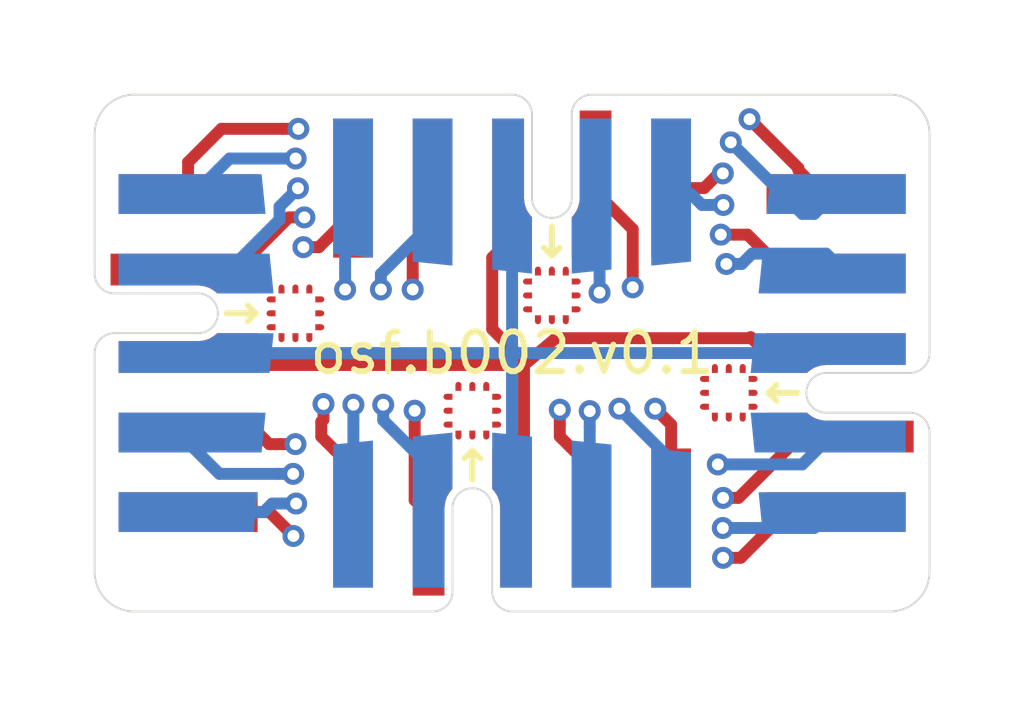
<source format=kicad_pcb>
(kicad_pcb (version 20171130) (host pcbnew "(5.1.5)-3")

  (general
    (thickness 1.6)
    (drawings 13)
    (tracks 286)
    (zones 0)
    (modules 4)
    (nets 11)
  )

  (page A4)
  (layers
    (0 F.Cu signal)
    (1 In1.Cu signal)
    (2 In2.Cu signal)
    (31 B.Cu signal)
    (32 B.Adhes user)
    (33 F.Adhes user)
    (34 B.Paste user)
    (35 F.Paste user)
    (36 B.SilkS user)
    (37 F.SilkS user)
    (38 B.Mask user)
    (39 F.Mask user)
    (40 Dwgs.User user)
    (41 Cmts.User user)
    (42 Eco1.User user)
    (43 Eco2.User user)
    (44 Edge.Cuts user)
    (45 Margin user)
    (46 B.CrtYd user)
    (47 F.CrtYd user)
    (48 B.Fab user)
    (49 F.Fab user)
  )

  (setup
    (last_trace_width 0.2)
    (user_trace_width 0.2)
    (user_trace_width 0.3)
    (user_trace_width 0.4)
    (user_trace_width 0.5)
    (user_trace_width 1)
    (user_trace_width 2)
    (user_trace_width 4)
    (user_trace_width 5)
    (user_trace_width 6)
    (user_trace_width 7)
    (trace_clearance 0.2)
    (zone_clearance 0.25)
    (zone_45_only no)
    (trace_min 0.15)
    (via_size 0.55)
    (via_drill 0.3)
    (via_min_size 0.45)
    (via_min_drill 0.2)
    (uvia_size 0.3)
    (uvia_drill 0.1)
    (uvias_allowed no)
    (uvia_min_size 0.2)
    (uvia_min_drill 0.1)
    (edge_width 0.05)
    (segment_width 0.2)
    (pcb_text_width 0.3)
    (pcb_text_size 1.5 1.5)
    (mod_edge_width 0.12)
    (mod_text_size 1 1)
    (mod_text_width 0.15)
    (pad_size 1.524 1.524)
    (pad_drill 0.762)
    (pad_to_mask_clearance 0.04)
    (solder_mask_min_width 0.1)
    (aux_axis_origin 0 0)
    (visible_elements 7FFFFFFF)
    (pcbplotparams
      (layerselection 0x010fc_ffffffff)
      (usegerberextensions false)
      (usegerberattributes false)
      (usegerberadvancedattributes false)
      (creategerberjobfile false)
      (excludeedgelayer true)
      (linewidth 0.100000)
      (plotframeref false)
      (viasonmask false)
      (mode 1)
      (useauxorigin false)
      (hpglpennumber 1)
      (hpglpenspeed 20)
      (hpglpendiameter 15.000000)
      (psnegative false)
      (psa4output false)
      (plotreference true)
      (plotvalue true)
      (plotinvisibletext false)
      (padsonsilk false)
      (subtractmaskfromsilk true)
      (outputformat 1)
      (mirror false)
      (drillshape 0)
      (scaleselection 1)
      (outputdirectory "gerber"))
  )

  (net 0 "")
  (net 1 "Net-(J1-Pad1)")
  (net 2 "Net-(J1-Pad2)")
  (net 3 "Net-(J1-Pad4)")
  (net 4 "Net-(J1-Pad3)")
  (net 5 "Net-(J1-Pad5)")
  (net 6 "Net-(J1-Pad10)")
  (net 7 "Net-(J1-Pad6)")
  (net 8 "Net-(J1-Pad8)")
  (net 9 "Net-(J1-Pad9)")
  (net 10 "Net-(J1-Pad7)")

  (net_class Default "This is the default net class."
    (clearance 0.2)
    (trace_width 0.2)
    (via_dia 0.55)
    (via_drill 0.3)
    (uvia_dia 0.3)
    (uvia_drill 0.1)
    (add_net "Net-(J1-Pad1)")
    (add_net "Net-(J1-Pad10)")
    (add_net "Net-(J1-Pad2)")
    (add_net "Net-(J1-Pad3)")
    (add_net "Net-(J1-Pad4)")
    (add_net "Net-(J1-Pad5)")
    (add_net "Net-(J1-Pad6)")
    (add_net "Net-(J1-Pad7)")
    (add_net "Net-(J1-Pad8)")
    (add_net "Net-(J1-Pad9)")
  )

  (module on_edge:on_edge_2x05_device (layer F.Cu) (tedit 60205501) (tstamp 602BFBC2)
    (at 30 153.5 270)
    (path /602C6B94)
    (attr virtual)
    (fp_text reference J4 (at 0 1.2 270 unlocked) (layer F.Fab)
      (effects (font (size 0.5 0.5) (thickness 0.05)))
    )
    (fp_text value Conn_01x10_Male (at 0 2 270 unlocked) (layer F.Fab)
      (effects (font (size 0.5 0.5) (thickness 0.05)))
    )
    (fp_arc (start -2 -0.5) (end -2 0) (angle -90) (layer Edge.Cuts) (width 0.05))
    (fp_arc (start 0 -0.5) (end -0.5 -0.5) (angle -90) (layer Edge.Cuts) (width 0.05))
    (fp_arc (start -1 -2.6) (end -0.5 -2.6) (angle -180) (layer Edge.Cuts) (width 0.05))
    (fp_line (start -0.4 -5.4) (end -0.35 -5.4) (layer F.Cu) (width 0.15))
    (fp_line (start -0.5 -5.4) (end -0.35 -5.4) (layer F.Mask) (width 0.15))
    (fp_poly (pts (xy -0.5 -5.325) (xy -0.5 -5.475) (xy -0.375 -5.475) (xy -0.375 -5.325)) (layer F.Cu) (width 0))
    (fp_line (start -0.4 -5.05) (end -0.35 -5.05) (layer F.Cu) (width 0.15))
    (fp_line (start -0.5 -5.05) (end -0.35 -5.05) (layer F.Mask) (width 0.15))
    (fp_poly (pts (xy -0.5 -4.975) (xy -0.5 -5.125) (xy -0.375 -5.125) (xy -0.375 -4.975)) (layer F.Cu) (width 0))
    (fp_line (start -0.5 -4.7) (end -0.35 -4.7) (layer F.Mask) (width 0.15))
    (fp_line (start -0.4 -4.7) (end -0.35 -4.7) (layer F.Cu) (width 0.15))
    (fp_poly (pts (xy -0.5 -4.625) (xy -0.5 -4.775) (xy -0.375 -4.775) (xy -0.375 -4.625)) (layer F.Cu) (width 0))
    (fp_line (start -0.65 -4.45) (end -0.65 -4.4) (layer F.Cu) (width 0.15))
    (fp_line (start -0.65 -4.55) (end -0.65 -4.4) (layer F.Mask) (width 0.15))
    (fp_poly (pts (xy -0.725 -4.55) (xy -0.575 -4.55) (xy -0.575 -4.425) (xy -0.725 -4.425)) (layer F.Cu) (width 0))
    (fp_line (start -1 -4.45) (end -1 -4.4) (layer F.Cu) (width 0.15))
    (fp_line (start -1 -4.55) (end -1 -4.4) (layer F.Mask) (width 0.15))
    (fp_poly (pts (xy -1.075 -4.55) (xy -0.925 -4.55) (xy -0.925 -4.425) (xy -1.075 -4.425)) (layer F.Cu) (width 0))
    (fp_line (start -1.35 -4.55) (end -1.35 -4.4) (layer F.Mask) (width 0.15))
    (fp_line (start -1.35 -4.45) (end -1.35 -4.4) (layer F.Cu) (width 0.15))
    (fp_poly (pts (xy -1.425 -4.55) (xy -1.275 -4.55) (xy -1.275 -4.425) (xy -1.425 -4.425)) (layer F.Cu) (width 0))
    (fp_poly (pts (xy -1.5 -4.775) (xy -1.5 -4.625) (xy -1.625 -4.625) (xy -1.625 -4.775)) (layer F.Cu) (width 0))
    (fp_line (start -1.6 -5.05) (end -1.65 -5.05) (layer F.Cu) (width 0.15))
    (fp_line (start -1.5 -5.05) (end -1.65 -5.05) (layer F.Mask) (width 0.15))
    (fp_poly (pts (xy -1.5 -5.125) (xy -1.5 -4.975) (xy -1.625 -4.975) (xy -1.625 -5.125)) (layer F.Cu) (width 0))
    (fp_line (start -1.5 -5.4) (end -1.65 -5.4) (layer F.Mask) (width 0.15))
    (fp_line (start -1.6 -5.4) (end -1.65 -5.4) (layer F.Cu) (width 0.15))
    (fp_poly (pts (xy -1.5 -5.475) (xy -1.5 -5.325) (xy -1.625 -5.325) (xy -1.625 -5.475)) (layer F.Cu) (width 0))
    (fp_line (start -1.5 -4.7) (end -1.65 -4.7) (layer F.Mask) (width 0.15))
    (fp_line (start -1.6 -4.7) (end -1.65 -4.7) (layer F.Cu) (width 0.15))
    (fp_line (start -1.5 -2.6) (end -1.5 -0.5) (layer Edge.Cuts) (width 0.05))
    (fp_line (start -0.5 -0.5) (end -0.5 -2.6) (layer Edge.Cuts) (width 0.05))
    (fp_line (start -1.2 -3.85) (end -1 -4.05) (layer F.SilkS) (width 0.153))
    (fp_line (start -1 -4.05) (end -0.8 -3.85) (layer F.SilkS) (width 0.153))
    (fp_line (start -1 -4.05) (end -1 -3.323) (layer F.SilkS) (width 0.153))
    (fp_line (start -4 0) (end -2 0) (layer Edge.Cuts) (width 0.05))
    (fp_line (start 0 0) (end 4 0) (layer Edge.Cuts) (width 0.05))
    (fp_line (start -5 -5) (end 5 -5) (layer F.CrtYd) (width 0.05))
    (fp_line (start 5 -5) (end 5 0.5) (layer F.CrtYd) (width 0.05))
    (fp_line (start 5 0.5) (end -5 0.5) (layer F.CrtYd) (width 0.05))
    (fp_line (start -5 0.5) (end -5 -5) (layer F.CrtYd) (width 0.05))
    (fp_line (start 5 -5) (end -5 -5) (layer B.CrtYd) (width 0.05))
    (fp_line (start -5 -5) (end -5 0.5) (layer B.CrtYd) (width 0.05))
    (fp_line (start -5 0.5) (end 5 0.5) (layer B.CrtYd) (width 0.05))
    (fp_line (start 5 0.5) (end 5 -5) (layer B.CrtYd) (width 0.05))
    (fp_poly (pts (xy -0.55 -4.6) (xy -1.45 -4.6) (xy -1.45 -5.5) (xy -0.55 -5.5)) (layer F.Mask) (width 0.1))
    (fp_line (start -1.35 -5.65) (end -1.35 -5.7) (layer F.Cu) (width 0.15))
    (fp_line (start -1.35 -5.55) (end -1.35 -5.7) (layer F.Mask) (width 0.15))
    (fp_poly (pts (xy -1.275 -5.55) (xy -1.425 -5.55) (xy -1.425 -5.675) (xy -1.275 -5.675)) (layer F.Cu) (width 0))
    (fp_poly (pts (xy -0.925 -5.55) (xy -1.075 -5.55) (xy -1.075 -5.675) (xy -0.925 -5.675)) (layer F.Cu) (width 0))
    (fp_line (start -1 -5.65) (end -1 -5.7) (layer F.Cu) (width 0.15))
    (fp_line (start -1 -5.55) (end -1 -5.7) (layer F.Mask) (width 0.15))
    (fp_poly (pts (xy -0.575 -5.55) (xy -0.725 -5.55) (xy -0.725 -5.675) (xy -0.575 -5.675)) (layer F.Cu) (width 0))
    (fp_line (start -0.65 -5.65) (end -0.65 -5.7) (layer F.Cu) (width 0.15))
    (fp_line (start -0.65 -5.55) (end -0.65 -5.7) (layer F.Mask) (width 0.15))
    (pad 1 smd custom (at -2 -3.6 270) (size 1 1) (layers F.Cu F.Mask)
      (net 1 "Net-(J1-Pad1)") (zone_connect 0)
      (options (clearance outline) (anchor rect))
      (primitives
        (gr_poly (pts
           (xy 0.3 1) (xy 0.31 0.89) (xy 0.33 0.81) (xy 0.35 0.75) (xy 0.37 0.7)
           (xy 0.4 0.65) (xy 0.44 0.59) (xy 0.48 0.54) (xy 0.5 0.52) (xy 0.5 -0.5)
           (xy -0.5 -0.5) (xy -0.5 3.2) (xy 0.3 3.2)) (width 0))
      ))
    (pad 2 smd custom (at 0 -3.6 270) (size 1 1) (layers F.Cu F.Mask)
      (net 2 "Net-(J1-Pad2)") (zone_connect 0)
      (options (clearance outline) (anchor rect))
      (primitives
        (gr_poly (pts
           (xy -0.3 1) (xy -0.31 0.89) (xy -0.33 0.81) (xy -0.35 0.75) (xy -0.37 0.7)
           (xy -0.4 0.65) (xy -0.44 0.59) (xy -0.48 0.54) (xy -0.5 0.52) (xy -0.5 -0.5)
           (xy 0.5 -0.5) (xy 0.5 3) (xy -0.3 3)) (width 0))
      ))
    (pad 4 smd custom (at 0 -2.1 270) (size 0.4 0.4) (layers B.Cu B.Mask)
      (net 3 "Net-(J1-Pad4)") (zone_connect 0)
      (options (clearance outline) (anchor rect))
      (primitives
        (gr_poly (pts
           (xy -0.3 -0.51) (xy -0.31 -0.62) (xy -0.33 -0.7) (xy -0.35 -0.76) (xy -0.37 -0.81)
           (xy -0.4 -0.86) (xy -0.44 -0.92) (xy -0.48 -0.97) (xy -0.5 -0.99) (xy -0.5 -2.4)
           (xy 0.5 -2.3) (xy 0.5 1.5) (xy -0.3 1.5)) (width 0))
      ))
    (pad 3 smd custom (at -2 -2.1 270) (size 0.4 0.4) (layers B.Cu B.Mask)
      (net 4 "Net-(J1-Pad3)") (zone_connect 0)
      (options (clearance outline) (anchor rect))
      (primitives
        (gr_poly (pts
           (xy 0.3 -0.51) (xy 0.31 -0.62) (xy 0.33 -0.7) (xy 0.35 -0.76) (xy 0.37 -0.81)
           (xy 0.4 -0.86) (xy 0.44 -0.92) (xy 0.48 -0.97) (xy 0.5 -0.99) (xy 0.5 -2.4)
           (xy -0.5 -2.3) (xy -0.5 1.5) (xy 0.3 1.5)) (width 0))
      ))
    (pad 10 smd custom (at 4 -2.3 270) (size 1 3.4) (layers B.Cu B.Mask)
      (net 6 "Net-(J1-Pad10)") (zone_connect 0)
      (options (clearance outline) (anchor rect))
      (primitives
        (gr_poly (pts
           (xy -0.5 -1.7) (xy -0.5 -1.8) (xy 0.5 -1.7)) (width 0))
      ))
    (pad 6 smd custom (at 2 -2.4 270) (size 1 3.6) (layers B.Cu B.Mask)
      (net 7 "Net-(J1-Pad6)") (zone_connect 0)
      (options (clearance outline) (anchor rect))
      (primitives
        (gr_poly (pts
           (xy -0.5 -1.8) (xy -0.5 -1.9) (xy 0.5 -1.8)) (width 0))
      ))
    (pad 8 smd custom (at -4 -2.4 270) (size 1 3.6) (layers B.Cu B.Mask)
      (net 8 "Net-(J1-Pad8)") (zone_connect 0)
      (options (clearance outline) (anchor rect))
      (primitives
        (gr_poly (pts
           (xy 0.5 -1.8) (xy 0.5 -1.9) (xy -0.5 -1.8)) (width 0))
      ))
    (pad 9 smd rect (at 4 -2.35 90) (size 1 3.5) (layers F.Cu F.Mask)
      (net 9 "Net-(J1-Pad9)") (zone_connect 0))
    (pad 7 smd rect (at -4 -2.35 90) (size 1 3.5) (layers F.Cu F.Mask)
      (net 10 "Net-(J1-Pad7)") (zone_connect 0))
    (pad 5 smd rect (at 2 -2.35 90) (size 1 3.5) (layers F.Cu F.Mask)
      (net 5 "Net-(J1-Pad5)") (zone_connect 0))
  )

  (module on_edge:on_edge_2x05_device (layer F.Cu) (tedit 60205501) (tstamp 602BFB7D)
    (at 40.5 147 180)
    (path /602C6B8E)
    (attr virtual)
    (fp_text reference J3 (at 0 1.2 180 unlocked) (layer F.Fab)
      (effects (font (size 0.5 0.5) (thickness 0.05)))
    )
    (fp_text value Conn_01x10_Male (at 0 2 180 unlocked) (layer F.Fab)
      (effects (font (size 0.5 0.5) (thickness 0.05)))
    )
    (fp_arc (start -2 -0.5) (end -2 0) (angle -90) (layer Edge.Cuts) (width 0.05))
    (fp_arc (start 0 -0.5) (end -0.5 -0.5) (angle -90) (layer Edge.Cuts) (width 0.05))
    (fp_arc (start -1 -2.6) (end -0.5 -2.6) (angle -180) (layer Edge.Cuts) (width 0.05))
    (fp_line (start -0.4 -5.4) (end -0.35 -5.4) (layer F.Cu) (width 0.15))
    (fp_line (start -0.5 -5.4) (end -0.35 -5.4) (layer F.Mask) (width 0.15))
    (fp_poly (pts (xy -0.5 -5.325) (xy -0.5 -5.475) (xy -0.375 -5.475) (xy -0.375 -5.325)) (layer F.Cu) (width 0))
    (fp_line (start -0.4 -5.05) (end -0.35 -5.05) (layer F.Cu) (width 0.15))
    (fp_line (start -0.5 -5.05) (end -0.35 -5.05) (layer F.Mask) (width 0.15))
    (fp_poly (pts (xy -0.5 -4.975) (xy -0.5 -5.125) (xy -0.375 -5.125) (xy -0.375 -4.975)) (layer F.Cu) (width 0))
    (fp_line (start -0.5 -4.7) (end -0.35 -4.7) (layer F.Mask) (width 0.15))
    (fp_line (start -0.4 -4.7) (end -0.35 -4.7) (layer F.Cu) (width 0.15))
    (fp_poly (pts (xy -0.5 -4.625) (xy -0.5 -4.775) (xy -0.375 -4.775) (xy -0.375 -4.625)) (layer F.Cu) (width 0))
    (fp_line (start -0.65 -4.45) (end -0.65 -4.4) (layer F.Cu) (width 0.15))
    (fp_line (start -0.65 -4.55) (end -0.65 -4.4) (layer F.Mask) (width 0.15))
    (fp_poly (pts (xy -0.725 -4.55) (xy -0.575 -4.55) (xy -0.575 -4.425) (xy -0.725 -4.425)) (layer F.Cu) (width 0))
    (fp_line (start -1 -4.45) (end -1 -4.4) (layer F.Cu) (width 0.15))
    (fp_line (start -1 -4.55) (end -1 -4.4) (layer F.Mask) (width 0.15))
    (fp_poly (pts (xy -1.075 -4.55) (xy -0.925 -4.55) (xy -0.925 -4.425) (xy -1.075 -4.425)) (layer F.Cu) (width 0))
    (fp_line (start -1.35 -4.55) (end -1.35 -4.4) (layer F.Mask) (width 0.15))
    (fp_line (start -1.35 -4.45) (end -1.35 -4.4) (layer F.Cu) (width 0.15))
    (fp_poly (pts (xy -1.425 -4.55) (xy -1.275 -4.55) (xy -1.275 -4.425) (xy -1.425 -4.425)) (layer F.Cu) (width 0))
    (fp_poly (pts (xy -1.5 -4.775) (xy -1.5 -4.625) (xy -1.625 -4.625) (xy -1.625 -4.775)) (layer F.Cu) (width 0))
    (fp_line (start -1.6 -5.05) (end -1.65 -5.05) (layer F.Cu) (width 0.15))
    (fp_line (start -1.5 -5.05) (end -1.65 -5.05) (layer F.Mask) (width 0.15))
    (fp_poly (pts (xy -1.5 -5.125) (xy -1.5 -4.975) (xy -1.625 -4.975) (xy -1.625 -5.125)) (layer F.Cu) (width 0))
    (fp_line (start -1.5 -5.4) (end -1.65 -5.4) (layer F.Mask) (width 0.15))
    (fp_line (start -1.6 -5.4) (end -1.65 -5.4) (layer F.Cu) (width 0.15))
    (fp_poly (pts (xy -1.5 -5.475) (xy -1.5 -5.325) (xy -1.625 -5.325) (xy -1.625 -5.475)) (layer F.Cu) (width 0))
    (fp_line (start -1.5 -4.7) (end -1.65 -4.7) (layer F.Mask) (width 0.15))
    (fp_line (start -1.6 -4.7) (end -1.65 -4.7) (layer F.Cu) (width 0.15))
    (fp_line (start -1.5 -2.6) (end -1.5 -0.5) (layer Edge.Cuts) (width 0.05))
    (fp_line (start -0.5 -0.5) (end -0.5 -2.6) (layer Edge.Cuts) (width 0.05))
    (fp_line (start -1.2 -3.85) (end -1 -4.05) (layer F.SilkS) (width 0.153))
    (fp_line (start -1 -4.05) (end -0.8 -3.85) (layer F.SilkS) (width 0.153))
    (fp_line (start -1 -4.05) (end -1 -3.323) (layer F.SilkS) (width 0.153))
    (fp_line (start -4 0) (end -2 0) (layer Edge.Cuts) (width 0.05))
    (fp_line (start 0 0) (end 4 0) (layer Edge.Cuts) (width 0.05))
    (fp_line (start -5 -5) (end 5 -5) (layer F.CrtYd) (width 0.05))
    (fp_line (start 5 -5) (end 5 0.5) (layer F.CrtYd) (width 0.05))
    (fp_line (start 5 0.5) (end -5 0.5) (layer F.CrtYd) (width 0.05))
    (fp_line (start -5 0.5) (end -5 -5) (layer F.CrtYd) (width 0.05))
    (fp_line (start 5 -5) (end -5 -5) (layer B.CrtYd) (width 0.05))
    (fp_line (start -5 -5) (end -5 0.5) (layer B.CrtYd) (width 0.05))
    (fp_line (start -5 0.5) (end 5 0.5) (layer B.CrtYd) (width 0.05))
    (fp_line (start 5 0.5) (end 5 -5) (layer B.CrtYd) (width 0.05))
    (fp_poly (pts (xy -0.55 -4.6) (xy -1.45 -4.6) (xy -1.45 -5.5) (xy -0.55 -5.5)) (layer F.Mask) (width 0.1))
    (fp_line (start -1.35 -5.65) (end -1.35 -5.7) (layer F.Cu) (width 0.15))
    (fp_line (start -1.35 -5.55) (end -1.35 -5.7) (layer F.Mask) (width 0.15))
    (fp_poly (pts (xy -1.275 -5.55) (xy -1.425 -5.55) (xy -1.425 -5.675) (xy -1.275 -5.675)) (layer F.Cu) (width 0))
    (fp_poly (pts (xy -0.925 -5.55) (xy -1.075 -5.55) (xy -1.075 -5.675) (xy -0.925 -5.675)) (layer F.Cu) (width 0))
    (fp_line (start -1 -5.65) (end -1 -5.7) (layer F.Cu) (width 0.15))
    (fp_line (start -1 -5.55) (end -1 -5.7) (layer F.Mask) (width 0.15))
    (fp_poly (pts (xy -0.575 -5.55) (xy -0.725 -5.55) (xy -0.725 -5.675) (xy -0.575 -5.675)) (layer F.Cu) (width 0))
    (fp_line (start -0.65 -5.65) (end -0.65 -5.7) (layer F.Cu) (width 0.15))
    (fp_line (start -0.65 -5.55) (end -0.65 -5.7) (layer F.Mask) (width 0.15))
    (pad 1 smd custom (at -2 -3.6 180) (size 1 1) (layers F.Cu F.Mask)
      (net 1 "Net-(J1-Pad1)") (zone_connect 0)
      (options (clearance outline) (anchor rect))
      (primitives
        (gr_poly (pts
           (xy 0.3 1) (xy 0.31 0.89) (xy 0.33 0.81) (xy 0.35 0.75) (xy 0.37 0.7)
           (xy 0.4 0.65) (xy 0.44 0.59) (xy 0.48 0.54) (xy 0.5 0.52) (xy 0.5 -0.5)
           (xy -0.5 -0.5) (xy -0.5 3.2) (xy 0.3 3.2)) (width 0))
      ))
    (pad 2 smd custom (at 0 -3.6 180) (size 1 1) (layers F.Cu F.Mask)
      (net 2 "Net-(J1-Pad2)") (zone_connect 0)
      (options (clearance outline) (anchor rect))
      (primitives
        (gr_poly (pts
           (xy -0.3 1) (xy -0.31 0.89) (xy -0.33 0.81) (xy -0.35 0.75) (xy -0.37 0.7)
           (xy -0.4 0.65) (xy -0.44 0.59) (xy -0.48 0.54) (xy -0.5 0.52) (xy -0.5 -0.5)
           (xy 0.5 -0.5) (xy 0.5 3) (xy -0.3 3)) (width 0))
      ))
    (pad 4 smd custom (at 0 -2.1 180) (size 0.4 0.4) (layers B.Cu B.Mask)
      (net 3 "Net-(J1-Pad4)") (zone_connect 0)
      (options (clearance outline) (anchor rect))
      (primitives
        (gr_poly (pts
           (xy -0.3 -0.51) (xy -0.31 -0.62) (xy -0.33 -0.7) (xy -0.35 -0.76) (xy -0.37 -0.81)
           (xy -0.4 -0.86) (xy -0.44 -0.92) (xy -0.48 -0.97) (xy -0.5 -0.99) (xy -0.5 -2.4)
           (xy 0.5 -2.3) (xy 0.5 1.5) (xy -0.3 1.5)) (width 0))
      ))
    (pad 3 smd custom (at -2 -2.1 180) (size 0.4 0.4) (layers B.Cu B.Mask)
      (net 4 "Net-(J1-Pad3)") (zone_connect 0)
      (options (clearance outline) (anchor rect))
      (primitives
        (gr_poly (pts
           (xy 0.3 -0.51) (xy 0.31 -0.62) (xy 0.33 -0.7) (xy 0.35 -0.76) (xy 0.37 -0.81)
           (xy 0.4 -0.86) (xy 0.44 -0.92) (xy 0.48 -0.97) (xy 0.5 -0.99) (xy 0.5 -2.4)
           (xy -0.5 -2.3) (xy -0.5 1.5) (xy 0.3 1.5)) (width 0))
      ))
    (pad 10 smd custom (at 4 -2.3 180) (size 1 3.4) (layers B.Cu B.Mask)
      (net 6 "Net-(J1-Pad10)") (zone_connect 0)
      (options (clearance outline) (anchor rect))
      (primitives
        (gr_poly (pts
           (xy -0.5 -1.7) (xy -0.5 -1.8) (xy 0.5 -1.7)) (width 0))
      ))
    (pad 6 smd custom (at 2 -2.4 180) (size 1 3.6) (layers B.Cu B.Mask)
      (net 7 "Net-(J1-Pad6)") (zone_connect 0)
      (options (clearance outline) (anchor rect))
      (primitives
        (gr_poly (pts
           (xy -0.5 -1.8) (xy -0.5 -1.9) (xy 0.5 -1.8)) (width 0))
      ))
    (pad 8 smd custom (at -4 -2.4 180) (size 1 3.6) (layers B.Cu B.Mask)
      (net 8 "Net-(J1-Pad8)") (zone_connect 0)
      (options (clearance outline) (anchor rect))
      (primitives
        (gr_poly (pts
           (xy 0.5 -1.8) (xy 0.5 -1.9) (xy -0.5 -1.8)) (width 0))
      ))
    (pad 9 smd rect (at 4 -2.35) (size 1 3.5) (layers F.Cu F.Mask)
      (net 9 "Net-(J1-Pad9)") (zone_connect 0))
    (pad 7 smd rect (at -4 -2.35) (size 1 3.5) (layers F.Cu F.Mask)
      (net 10 "Net-(J1-Pad7)") (zone_connect 0))
    (pad 5 smd rect (at 2 -2.35) (size 1 3.5) (layers F.Cu F.Mask)
      (net 5 "Net-(J1-Pad5)") (zone_connect 0))
  )

  (module on_edge:on_edge_2x05_device (layer F.Cu) (tedit 60205501) (tstamp 602BFB38)
    (at 51 153.5 90)
    (path /602C6B88)
    (attr virtual)
    (fp_text reference J2 (at 0 1.2 90 unlocked) (layer F.Fab)
      (effects (font (size 0.5 0.5) (thickness 0.05)))
    )
    (fp_text value Conn_01x10_Male (at 0 2 90 unlocked) (layer F.Fab)
      (effects (font (size 0.5 0.5) (thickness 0.05)))
    )
    (fp_arc (start -2 -0.5) (end -2 0) (angle -90) (layer Edge.Cuts) (width 0.05))
    (fp_arc (start 0 -0.5) (end -0.5 -0.5) (angle -90) (layer Edge.Cuts) (width 0.05))
    (fp_arc (start -1 -2.6) (end -0.5 -2.6) (angle -180) (layer Edge.Cuts) (width 0.05))
    (fp_line (start -0.4 -5.4) (end -0.35 -5.4) (layer F.Cu) (width 0.15))
    (fp_line (start -0.5 -5.4) (end -0.35 -5.4) (layer F.Mask) (width 0.15))
    (fp_poly (pts (xy -0.5 -5.325) (xy -0.5 -5.475) (xy -0.375 -5.475) (xy -0.375 -5.325)) (layer F.Cu) (width 0))
    (fp_line (start -0.4 -5.05) (end -0.35 -5.05) (layer F.Cu) (width 0.15))
    (fp_line (start -0.5 -5.05) (end -0.35 -5.05) (layer F.Mask) (width 0.15))
    (fp_poly (pts (xy -0.5 -4.975) (xy -0.5 -5.125) (xy -0.375 -5.125) (xy -0.375 -4.975)) (layer F.Cu) (width 0))
    (fp_line (start -0.5 -4.7) (end -0.35 -4.7) (layer F.Mask) (width 0.15))
    (fp_line (start -0.4 -4.7) (end -0.35 -4.7) (layer F.Cu) (width 0.15))
    (fp_poly (pts (xy -0.5 -4.625) (xy -0.5 -4.775) (xy -0.375 -4.775) (xy -0.375 -4.625)) (layer F.Cu) (width 0))
    (fp_line (start -0.65 -4.45) (end -0.65 -4.4) (layer F.Cu) (width 0.15))
    (fp_line (start -0.65 -4.55) (end -0.65 -4.4) (layer F.Mask) (width 0.15))
    (fp_poly (pts (xy -0.725 -4.55) (xy -0.575 -4.55) (xy -0.575 -4.425) (xy -0.725 -4.425)) (layer F.Cu) (width 0))
    (fp_line (start -1 -4.45) (end -1 -4.4) (layer F.Cu) (width 0.15))
    (fp_line (start -1 -4.55) (end -1 -4.4) (layer F.Mask) (width 0.15))
    (fp_poly (pts (xy -1.075 -4.55) (xy -0.925 -4.55) (xy -0.925 -4.425) (xy -1.075 -4.425)) (layer F.Cu) (width 0))
    (fp_line (start -1.35 -4.55) (end -1.35 -4.4) (layer F.Mask) (width 0.15))
    (fp_line (start -1.35 -4.45) (end -1.35 -4.4) (layer F.Cu) (width 0.15))
    (fp_poly (pts (xy -1.425 -4.55) (xy -1.275 -4.55) (xy -1.275 -4.425) (xy -1.425 -4.425)) (layer F.Cu) (width 0))
    (fp_poly (pts (xy -1.5 -4.775) (xy -1.5 -4.625) (xy -1.625 -4.625) (xy -1.625 -4.775)) (layer F.Cu) (width 0))
    (fp_line (start -1.6 -5.05) (end -1.65 -5.05) (layer F.Cu) (width 0.15))
    (fp_line (start -1.5 -5.05) (end -1.65 -5.05) (layer F.Mask) (width 0.15))
    (fp_poly (pts (xy -1.5 -5.125) (xy -1.5 -4.975) (xy -1.625 -4.975) (xy -1.625 -5.125)) (layer F.Cu) (width 0))
    (fp_line (start -1.5 -5.4) (end -1.65 -5.4) (layer F.Mask) (width 0.15))
    (fp_line (start -1.6 -5.4) (end -1.65 -5.4) (layer F.Cu) (width 0.15))
    (fp_poly (pts (xy -1.5 -5.475) (xy -1.5 -5.325) (xy -1.625 -5.325) (xy -1.625 -5.475)) (layer F.Cu) (width 0))
    (fp_line (start -1.5 -4.7) (end -1.65 -4.7) (layer F.Mask) (width 0.15))
    (fp_line (start -1.6 -4.7) (end -1.65 -4.7) (layer F.Cu) (width 0.15))
    (fp_line (start -1.5 -2.6) (end -1.5 -0.5) (layer Edge.Cuts) (width 0.05))
    (fp_line (start -0.5 -0.5) (end -0.5 -2.6) (layer Edge.Cuts) (width 0.05))
    (fp_line (start -1.2 -3.85) (end -1 -4.05) (layer F.SilkS) (width 0.153))
    (fp_line (start -1 -4.05) (end -0.8 -3.85) (layer F.SilkS) (width 0.153))
    (fp_line (start -1 -4.05) (end -1 -3.323) (layer F.SilkS) (width 0.153))
    (fp_line (start -4 0) (end -2 0) (layer Edge.Cuts) (width 0.05))
    (fp_line (start 0 0) (end 4 0) (layer Edge.Cuts) (width 0.05))
    (fp_line (start -5 -5) (end 5 -5) (layer F.CrtYd) (width 0.05))
    (fp_line (start 5 -5) (end 5 0.5) (layer F.CrtYd) (width 0.05))
    (fp_line (start 5 0.5) (end -5 0.5) (layer F.CrtYd) (width 0.05))
    (fp_line (start -5 0.5) (end -5 -5) (layer F.CrtYd) (width 0.05))
    (fp_line (start 5 -5) (end -5 -5) (layer B.CrtYd) (width 0.05))
    (fp_line (start -5 -5) (end -5 0.5) (layer B.CrtYd) (width 0.05))
    (fp_line (start -5 0.5) (end 5 0.5) (layer B.CrtYd) (width 0.05))
    (fp_line (start 5 0.5) (end 5 -5) (layer B.CrtYd) (width 0.05))
    (fp_poly (pts (xy -0.55 -4.6) (xy -1.45 -4.6) (xy -1.45 -5.5) (xy -0.55 -5.5)) (layer F.Mask) (width 0.1))
    (fp_line (start -1.35 -5.65) (end -1.35 -5.7) (layer F.Cu) (width 0.15))
    (fp_line (start -1.35 -5.55) (end -1.35 -5.7) (layer F.Mask) (width 0.15))
    (fp_poly (pts (xy -1.275 -5.55) (xy -1.425 -5.55) (xy -1.425 -5.675) (xy -1.275 -5.675)) (layer F.Cu) (width 0))
    (fp_poly (pts (xy -0.925 -5.55) (xy -1.075 -5.55) (xy -1.075 -5.675) (xy -0.925 -5.675)) (layer F.Cu) (width 0))
    (fp_line (start -1 -5.65) (end -1 -5.7) (layer F.Cu) (width 0.15))
    (fp_line (start -1 -5.55) (end -1 -5.7) (layer F.Mask) (width 0.15))
    (fp_poly (pts (xy -0.575 -5.55) (xy -0.725 -5.55) (xy -0.725 -5.675) (xy -0.575 -5.675)) (layer F.Cu) (width 0))
    (fp_line (start -0.65 -5.65) (end -0.65 -5.7) (layer F.Cu) (width 0.15))
    (fp_line (start -0.65 -5.55) (end -0.65 -5.7) (layer F.Mask) (width 0.15))
    (pad 1 smd custom (at -2 -3.6 90) (size 1 1) (layers F.Cu F.Mask)
      (net 1 "Net-(J1-Pad1)") (zone_connect 0)
      (options (clearance outline) (anchor rect))
      (primitives
        (gr_poly (pts
           (xy 0.3 1) (xy 0.31 0.89) (xy 0.33 0.81) (xy 0.35 0.75) (xy 0.37 0.7)
           (xy 0.4 0.65) (xy 0.44 0.59) (xy 0.48 0.54) (xy 0.5 0.52) (xy 0.5 -0.5)
           (xy -0.5 -0.5) (xy -0.5 3.2) (xy 0.3 3.2)) (width 0))
      ))
    (pad 2 smd custom (at 0 -3.6 90) (size 1 1) (layers F.Cu F.Mask)
      (net 2 "Net-(J1-Pad2)") (zone_connect 0)
      (options (clearance outline) (anchor rect))
      (primitives
        (gr_poly (pts
           (xy -0.3 1) (xy -0.31 0.89) (xy -0.33 0.81) (xy -0.35 0.75) (xy -0.37 0.7)
           (xy -0.4 0.65) (xy -0.44 0.59) (xy -0.48 0.54) (xy -0.5 0.52) (xy -0.5 -0.5)
           (xy 0.5 -0.5) (xy 0.5 3) (xy -0.3 3)) (width 0))
      ))
    (pad 4 smd custom (at 0 -2.1 90) (size 0.4 0.4) (layers B.Cu B.Mask)
      (net 3 "Net-(J1-Pad4)") (zone_connect 0)
      (options (clearance outline) (anchor rect))
      (primitives
        (gr_poly (pts
           (xy -0.3 -0.51) (xy -0.31 -0.62) (xy -0.33 -0.7) (xy -0.35 -0.76) (xy -0.37 -0.81)
           (xy -0.4 -0.86) (xy -0.44 -0.92) (xy -0.48 -0.97) (xy -0.5 -0.99) (xy -0.5 -2.4)
           (xy 0.5 -2.3) (xy 0.5 1.5) (xy -0.3 1.5)) (width 0))
      ))
    (pad 3 smd custom (at -2 -2.1 90) (size 0.4 0.4) (layers B.Cu B.Mask)
      (net 4 "Net-(J1-Pad3)") (zone_connect 0)
      (options (clearance outline) (anchor rect))
      (primitives
        (gr_poly (pts
           (xy 0.3 -0.51) (xy 0.31 -0.62) (xy 0.33 -0.7) (xy 0.35 -0.76) (xy 0.37 -0.81)
           (xy 0.4 -0.86) (xy 0.44 -0.92) (xy 0.48 -0.97) (xy 0.5 -0.99) (xy 0.5 -2.4)
           (xy -0.5 -2.3) (xy -0.5 1.5) (xy 0.3 1.5)) (width 0))
      ))
    (pad 10 smd custom (at 4 -2.3 90) (size 1 3.4) (layers B.Cu B.Mask)
      (net 6 "Net-(J1-Pad10)") (zone_connect 0)
      (options (clearance outline) (anchor rect))
      (primitives
        (gr_poly (pts
           (xy -0.5 -1.7) (xy -0.5 -1.8) (xy 0.5 -1.7)) (width 0))
      ))
    (pad 6 smd custom (at 2 -2.4 90) (size 1 3.6) (layers B.Cu B.Mask)
      (net 7 "Net-(J1-Pad6)") (zone_connect 0)
      (options (clearance outline) (anchor rect))
      (primitives
        (gr_poly (pts
           (xy -0.5 -1.8) (xy -0.5 -1.9) (xy 0.5 -1.8)) (width 0))
      ))
    (pad 8 smd custom (at -4 -2.4 90) (size 1 3.6) (layers B.Cu B.Mask)
      (net 8 "Net-(J1-Pad8)") (zone_connect 0)
      (options (clearance outline) (anchor rect))
      (primitives
        (gr_poly (pts
           (xy 0.5 -1.8) (xy 0.5 -1.9) (xy -0.5 -1.8)) (width 0))
      ))
    (pad 9 smd rect (at 4 -2.35 270) (size 1 3.5) (layers F.Cu F.Mask)
      (net 9 "Net-(J1-Pad9)") (zone_connect 0))
    (pad 7 smd rect (at -4 -2.35 270) (size 1 3.5) (layers F.Cu F.Mask)
      (net 10 "Net-(J1-Pad7)") (zone_connect 0))
    (pad 5 smd rect (at 2 -2.35 270) (size 1 3.5) (layers F.Cu F.Mask)
      (net 5 "Net-(J1-Pad5)") (zone_connect 0))
  )

  (module on_edge:on_edge_2x05_device (layer F.Cu) (tedit 60205501) (tstamp 602BFAF3)
    (at 40.5 160)
    (path /602C6B82)
    (attr virtual)
    (fp_text reference J1 (at 0 1.2 unlocked) (layer F.Fab)
      (effects (font (size 0.5 0.5) (thickness 0.05)))
    )
    (fp_text value Conn_01x10_Male (at 0 2 unlocked) (layer F.Fab)
      (effects (font (size 0.5 0.5) (thickness 0.05)))
    )
    (fp_arc (start -2 -0.5) (end -2 0) (angle -90) (layer Edge.Cuts) (width 0.05))
    (fp_arc (start 0 -0.5) (end -0.5 -0.5) (angle -90) (layer Edge.Cuts) (width 0.05))
    (fp_arc (start -1 -2.6) (end -0.5 -2.6) (angle -180) (layer Edge.Cuts) (width 0.05))
    (fp_line (start -0.4 -5.4) (end -0.35 -5.4) (layer F.Cu) (width 0.15))
    (fp_line (start -0.5 -5.4) (end -0.35 -5.4) (layer F.Mask) (width 0.15))
    (fp_poly (pts (xy -0.5 -5.325) (xy -0.5 -5.475) (xy -0.375 -5.475) (xy -0.375 -5.325)) (layer F.Cu) (width 0))
    (fp_line (start -0.4 -5.05) (end -0.35 -5.05) (layer F.Cu) (width 0.15))
    (fp_line (start -0.5 -5.05) (end -0.35 -5.05) (layer F.Mask) (width 0.15))
    (fp_poly (pts (xy -0.5 -4.975) (xy -0.5 -5.125) (xy -0.375 -5.125) (xy -0.375 -4.975)) (layer F.Cu) (width 0))
    (fp_line (start -0.5 -4.7) (end -0.35 -4.7) (layer F.Mask) (width 0.15))
    (fp_line (start -0.4 -4.7) (end -0.35 -4.7) (layer F.Cu) (width 0.15))
    (fp_poly (pts (xy -0.5 -4.625) (xy -0.5 -4.775) (xy -0.375 -4.775) (xy -0.375 -4.625)) (layer F.Cu) (width 0))
    (fp_line (start -0.65 -4.45) (end -0.65 -4.4) (layer F.Cu) (width 0.15))
    (fp_line (start -0.65 -4.55) (end -0.65 -4.4) (layer F.Mask) (width 0.15))
    (fp_poly (pts (xy -0.725 -4.55) (xy -0.575 -4.55) (xy -0.575 -4.425) (xy -0.725 -4.425)) (layer F.Cu) (width 0))
    (fp_line (start -1 -4.45) (end -1 -4.4) (layer F.Cu) (width 0.15))
    (fp_line (start -1 -4.55) (end -1 -4.4) (layer F.Mask) (width 0.15))
    (fp_poly (pts (xy -1.075 -4.55) (xy -0.925 -4.55) (xy -0.925 -4.425) (xy -1.075 -4.425)) (layer F.Cu) (width 0))
    (fp_line (start -1.35 -4.55) (end -1.35 -4.4) (layer F.Mask) (width 0.15))
    (fp_line (start -1.35 -4.45) (end -1.35 -4.4) (layer F.Cu) (width 0.15))
    (fp_poly (pts (xy -1.425 -4.55) (xy -1.275 -4.55) (xy -1.275 -4.425) (xy -1.425 -4.425)) (layer F.Cu) (width 0))
    (fp_poly (pts (xy -1.5 -4.775) (xy -1.5 -4.625) (xy -1.625 -4.625) (xy -1.625 -4.775)) (layer F.Cu) (width 0))
    (fp_line (start -1.6 -5.05) (end -1.65 -5.05) (layer F.Cu) (width 0.15))
    (fp_line (start -1.5 -5.05) (end -1.65 -5.05) (layer F.Mask) (width 0.15))
    (fp_poly (pts (xy -1.5 -5.125) (xy -1.5 -4.975) (xy -1.625 -4.975) (xy -1.625 -5.125)) (layer F.Cu) (width 0))
    (fp_line (start -1.5 -5.4) (end -1.65 -5.4) (layer F.Mask) (width 0.15))
    (fp_line (start -1.6 -5.4) (end -1.65 -5.4) (layer F.Cu) (width 0.15))
    (fp_poly (pts (xy -1.5 -5.475) (xy -1.5 -5.325) (xy -1.625 -5.325) (xy -1.625 -5.475)) (layer F.Cu) (width 0))
    (fp_line (start -1.5 -4.7) (end -1.65 -4.7) (layer F.Mask) (width 0.15))
    (fp_line (start -1.6 -4.7) (end -1.65 -4.7) (layer F.Cu) (width 0.15))
    (fp_line (start -1.5 -2.6) (end -1.5 -0.5) (layer Edge.Cuts) (width 0.05))
    (fp_line (start -0.5 -0.5) (end -0.5 -2.6) (layer Edge.Cuts) (width 0.05))
    (fp_line (start -1.2 -3.85) (end -1 -4.05) (layer F.SilkS) (width 0.153))
    (fp_line (start -1 -4.05) (end -0.8 -3.85) (layer F.SilkS) (width 0.153))
    (fp_line (start -1 -4.05) (end -1 -3.323) (layer F.SilkS) (width 0.153))
    (fp_line (start -4 0) (end -2 0) (layer Edge.Cuts) (width 0.05))
    (fp_line (start 0 0) (end 4 0) (layer Edge.Cuts) (width 0.05))
    (fp_line (start -5 -5) (end 5 -5) (layer F.CrtYd) (width 0.05))
    (fp_line (start 5 -5) (end 5 0.5) (layer F.CrtYd) (width 0.05))
    (fp_line (start 5 0.5) (end -5 0.5) (layer F.CrtYd) (width 0.05))
    (fp_line (start -5 0.5) (end -5 -5) (layer F.CrtYd) (width 0.05))
    (fp_line (start 5 -5) (end -5 -5) (layer B.CrtYd) (width 0.05))
    (fp_line (start -5 -5) (end -5 0.5) (layer B.CrtYd) (width 0.05))
    (fp_line (start -5 0.5) (end 5 0.5) (layer B.CrtYd) (width 0.05))
    (fp_line (start 5 0.5) (end 5 -5) (layer B.CrtYd) (width 0.05))
    (fp_poly (pts (xy -0.55 -4.6) (xy -1.45 -4.6) (xy -1.45 -5.5) (xy -0.55 -5.5)) (layer F.Mask) (width 0.1))
    (fp_line (start -1.35 -5.65) (end -1.35 -5.7) (layer F.Cu) (width 0.15))
    (fp_line (start -1.35 -5.55) (end -1.35 -5.7) (layer F.Mask) (width 0.15))
    (fp_poly (pts (xy -1.275 -5.55) (xy -1.425 -5.55) (xy -1.425 -5.675) (xy -1.275 -5.675)) (layer F.Cu) (width 0))
    (fp_poly (pts (xy -0.925 -5.55) (xy -1.075 -5.55) (xy -1.075 -5.675) (xy -0.925 -5.675)) (layer F.Cu) (width 0))
    (fp_line (start -1 -5.65) (end -1 -5.7) (layer F.Cu) (width 0.15))
    (fp_line (start -1 -5.55) (end -1 -5.7) (layer F.Mask) (width 0.15))
    (fp_poly (pts (xy -0.575 -5.55) (xy -0.725 -5.55) (xy -0.725 -5.675) (xy -0.575 -5.675)) (layer F.Cu) (width 0))
    (fp_line (start -0.65 -5.65) (end -0.65 -5.7) (layer F.Cu) (width 0.15))
    (fp_line (start -0.65 -5.55) (end -0.65 -5.7) (layer F.Mask) (width 0.15))
    (pad 1 smd custom (at -2 -3.6) (size 1 1) (layers F.Cu F.Mask)
      (net 1 "Net-(J1-Pad1)") (zone_connect 0)
      (options (clearance outline) (anchor rect))
      (primitives
        (gr_poly (pts
           (xy 0.3 1) (xy 0.31 0.89) (xy 0.33 0.81) (xy 0.35 0.75) (xy 0.37 0.7)
           (xy 0.4 0.65) (xy 0.44 0.59) (xy 0.48 0.54) (xy 0.5 0.52) (xy 0.5 -0.5)
           (xy -0.5 -0.5) (xy -0.5 3.2) (xy 0.3 3.2)) (width 0))
      ))
    (pad 2 smd custom (at 0 -3.6) (size 1 1) (layers F.Cu F.Mask)
      (net 2 "Net-(J1-Pad2)") (zone_connect 0)
      (options (clearance outline) (anchor rect))
      (primitives
        (gr_poly (pts
           (xy -0.3 1) (xy -0.31 0.89) (xy -0.33 0.81) (xy -0.35 0.75) (xy -0.37 0.7)
           (xy -0.4 0.65) (xy -0.44 0.59) (xy -0.48 0.54) (xy -0.5 0.52) (xy -0.5 -0.5)
           (xy 0.5 -0.5) (xy 0.5 3) (xy -0.3 3)) (width 0))
      ))
    (pad 4 smd custom (at 0 -2.1) (size 0.4 0.4) (layers B.Cu B.Mask)
      (net 3 "Net-(J1-Pad4)") (zone_connect 0)
      (options (clearance outline) (anchor rect))
      (primitives
        (gr_poly (pts
           (xy -0.3 -0.51) (xy -0.31 -0.62) (xy -0.33 -0.7) (xy -0.35 -0.76) (xy -0.37 -0.81)
           (xy -0.4 -0.86) (xy -0.44 -0.92) (xy -0.48 -0.97) (xy -0.5 -0.99) (xy -0.5 -2.4)
           (xy 0.5 -2.3) (xy 0.5 1.5) (xy -0.3 1.5)) (width 0))
      ))
    (pad 3 smd custom (at -2 -2.1) (size 0.4 0.4) (layers B.Cu B.Mask)
      (net 4 "Net-(J1-Pad3)") (zone_connect 0)
      (options (clearance outline) (anchor rect))
      (primitives
        (gr_poly (pts
           (xy 0.3 -0.51) (xy 0.31 -0.62) (xy 0.33 -0.7) (xy 0.35 -0.76) (xy 0.37 -0.81)
           (xy 0.4 -0.86) (xy 0.44 -0.92) (xy 0.48 -0.97) (xy 0.5 -0.99) (xy 0.5 -2.4)
           (xy -0.5 -2.3) (xy -0.5 1.5) (xy 0.3 1.5)) (width 0))
      ))
    (pad 10 smd custom (at 4 -2.3) (size 1 3.4) (layers B.Cu B.Mask)
      (net 6 "Net-(J1-Pad10)") (zone_connect 0)
      (options (clearance outline) (anchor rect))
      (primitives
        (gr_poly (pts
           (xy -0.5 -1.7) (xy -0.5 -1.8) (xy 0.5 -1.7)) (width 0))
      ))
    (pad 6 smd custom (at 2 -2.4) (size 1 3.6) (layers B.Cu B.Mask)
      (net 7 "Net-(J1-Pad6)") (zone_connect 0)
      (options (clearance outline) (anchor rect))
      (primitives
        (gr_poly (pts
           (xy -0.5 -1.8) (xy -0.5 -1.9) (xy 0.5 -1.8)) (width 0))
      ))
    (pad 8 smd custom (at -4 -2.4) (size 1 3.6) (layers B.Cu B.Mask)
      (net 8 "Net-(J1-Pad8)") (zone_connect 0)
      (options (clearance outline) (anchor rect))
      (primitives
        (gr_poly (pts
           (xy 0.5 -1.8) (xy 0.5 -1.9) (xy -0.5 -1.8)) (width 0))
      ))
    (pad 9 smd rect (at 4 -2.35 180) (size 1 3.5) (layers F.Cu F.Mask)
      (net 9 "Net-(J1-Pad9)") (zone_connect 0))
    (pad 7 smd rect (at -4 -2.35 180) (size 1 3.5) (layers F.Cu F.Mask)
      (net 10 "Net-(J1-Pad7)") (zone_connect 0))
    (pad 5 smd rect (at 2 -2.35 180) (size 1 3.5) (layers F.Cu F.Mask)
      (net 5 "Net-(J1-Pad5)") (zone_connect 0))
  )

  (gr_text osf.b002.v0.1 (at 40.5 153.5) (layer F.SilkS)
    (effects (font (size 1 1) (thickness 0.15)))
  )
  (gr_line (start 30 149.5) (end 30 148) (layer Edge.Cuts) (width 0.05) (tstamp 6022B630))
  (gr_line (start 50 160) (end 44.5 160) (layer Edge.Cuts) (width 0.05))
  (gr_line (start 51 159) (end 51 157.5) (layer Edge.Cuts) (width 0.05))
  (gr_line (start 44.5 147) (end 50 147) (layer Edge.Cuts) (width 0.05) (tstamp 6022B625))
  (gr_line (start 36.5 147) (end 31 147) (layer Edge.Cuts) (width 0.05) (tstamp 60229084))
  (gr_arc (start 31 148) (end 31 147) (angle -90) (layer Edge.Cuts) (width 0.05) (tstamp 60229081))
  (gr_line (start 30 157.5) (end 30 159) (layer Edge.Cuts) (width 0.05) (tstamp 60229080))
  (gr_arc (start 50 159) (end 50 160) (angle -90) (layer Edge.Cuts) (width 0.05) (tstamp 6022907F))
  (gr_arc (start 50 148) (end 51 148) (angle -90) (layer Edge.Cuts) (width 0.05) (tstamp 6022907C))
  (gr_arc (start 31 159) (end 30 159) (angle -90) (layer Edge.Cuts) (width 0.05) (tstamp 6022907B))
  (gr_line (start 51 149.5) (end 51 148) (layer Edge.Cuts) (width 0.05) (tstamp 60229076))
  (gr_line (start 31 160) (end 36.5 160) (layer Edge.Cuts) (width 0.05) (tstamp 60229075))

  (via (at 43.533973 151.845722) (size 0.55) (drill 0.3) (layers F.Cu B.Cu) (net 1))
  (segment (start 42.5 149.35) (end 43.533973 150.383973) (width 0.3) (layer F.Cu) (net 1))
  (segment (start 43.533973 151.456814) (end 43.533973 151.845722) (width 0.3) (layer F.Cu) (net 1))
  (segment (start 43.533973 150.383973) (end 43.533973 151.456814) (width 0.3) (layer F.Cu) (net 1))
  (segment (start 38.5 157.65) (end 38.049642 157.199642) (width 0.3) (layer F.Cu) (net 1))
  (segment (start 38.049642 157.199642) (end 38.049642 155.338952) (width 0.3) (layer F.Cu) (net 1))
  (segment (start 38.049642 155.338952) (end 38.049642 154.950044) (width 0.3) (layer F.Cu) (net 1))
  (via (at 38.049642 154.950044) (size 0.55) (drill 0.3) (layers F.Cu B.Cu) (net 1))
  (via (at 35.275595 150.087011) (size 0.55) (drill 0.3) (layers F.Cu B.Cu) (net 1))
  (segment (start 38.049642 154.950044) (end 38.049642 154.561136) (width 0.3) (layer In2.Cu) (net 1))
  (segment (start 38.049642 154.561136) (end 34.723222 151.234716) (width 0.3) (layer In2.Cu) (net 1))
  (segment (start 33.473698 151.5) (end 34.886687 150.087011) (width 0.3) (layer F.Cu) (net 1))
  (segment (start 34.886687 150.087011) (end 35.275595 150.087011) (width 0.3) (layer In2.Cu) (net 1))
  (segment (start 34.409047 150.564651) (end 34.886687 150.087011) (width 0.3) (layer In2.Cu) (net 1))
  (segment (start 34.723222 151.17565) (end 34.409047 150.861475) (width 0.3) (layer In2.Cu) (net 1))
  (segment (start 34.409047 150.861475) (end 34.409047 150.564651) (width 0.3) (layer In2.Cu) (net 1))
  (segment (start 34.723222 151.234716) (end 34.723222 151.17565) (width 0.3) (layer In2.Cu) (net 1))
  (segment (start 34.886687 150.087011) (end 35.275595 150.087011) (width 0.3) (layer F.Cu) (net 1))
  (segment (start 32.35 151.5) (end 33.473698 151.5) (width 0.3) (layer F.Cu) (net 1))
  (via (at 45.806067 157.142474) (size 0.55) (drill 0.3) (layers F.Cu B.Cu) (net 1))
  (segment (start 38.43855 154.950044) (end 38.049642 154.950044) (width 0.3) (layer In1.Cu) (net 1))
  (segment (start 43.533973 152.141025) (end 40.724954 154.950044) (width 0.3) (layer In1.Cu) (net 1))
  (segment (start 43.533973 151.845722) (end 43.533973 152.141025) (width 0.3) (layer In1.Cu) (net 1))
  (segment (start 40.724954 154.950044) (end 38.43855 154.950044) (width 0.3) (layer In1.Cu) (net 1))
  (segment (start 46.194975 157.142474) (end 45.806067 157.142474) (width 0.3) (layer F.Cu) (net 1))
  (segment (start 48.65 155.5) (end 47.837449 155.5) (width 0.3) (layer F.Cu) (net 1))
  (segment (start 47.837449 155.5) (end 46.194975 157.142474) (width 0.3) (layer F.Cu) (net 1))
  (segment (start 46.299978 154.611727) (end 46.299978 156.648563) (width 0.3) (layer In2.Cu) (net 1))
  (segment (start 43.533973 151.845722) (end 46.299978 154.611727) (width 0.3) (layer In2.Cu) (net 1))
  (segment (start 46.299978 156.648563) (end 46.081066 156.867475) (width 0.3) (layer In2.Cu) (net 1))
  (segment (start 46.081066 156.867475) (end 45.806067 157.142474) (width 0.3) (layer In2.Cu) (net 1))
  (segment (start 40.771892 153.897054) (end 40.771892 153.671892) (width 0.3) (layer F.Cu) (net 2))
  (segment (start 40 151.1) (end 40.5 150.6) (width 0.3) (layer F.Cu) (net 2))
  (segment (start 40 152.9) (end 40 151.1) (width 0.3) (layer F.Cu) (net 2))
  (segment (start 40.771892 153.671892) (end 40 152.9) (width 0.3) (layer F.Cu) (net 2))
  (segment (start 40.5 155.9) (end 40.5 156.4) (width 0.3) (layer F.Cu) (net 2))
  (segment (start 40.8 155.6) (end 40.5 155.9) (width 0.3) (layer F.Cu) (net 2))
  (segment (start 40.771892 153.897054) (end 40.8 153.925162) (width 0.3) (layer F.Cu) (net 2))
  (segment (start 40.8 153.925162) (end 40.8 155.6) (width 0.3) (layer F.Cu) (net 2))
  (segment (start 46.9 153.5) (end 46.5 153.1) (width 0.3) (layer F.Cu) (net 2))
  (segment (start 47.4 153.5) (end 46.9 153.5) (width 0.3) (layer F.Cu) (net 2))
  (segment (start 46.47499 153.12501) (end 41.600152 153.12501) (width 0.3) (layer F.Cu) (net 2))
  (segment (start 46.5 153.1) (end 46.47499 153.12501) (width 0.3) (layer F.Cu) (net 2))
  (segment (start 34.1 153.5) (end 34.4 153.8) (width 0.3) (layer F.Cu) (net 2))
  (segment (start 34.4 153.8) (end 40.8 153.8) (width 0.3) (layer F.Cu) (net 2))
  (segment (start 33.6 153.5) (end 34.1 153.5) (width 0.3) (layer F.Cu) (net 2))
  (segment (start 41.600152 153.12501) (end 40.8 153.8) (width 0.3) (layer F.Cu) (net 2))
  (segment (start 40.8 153.8) (end 40.8 153.925162) (width 0.3) (layer F.Cu) (net 2))
  (segment (start 40.5 157.9) (end 40.5 149.1) (width 0.3) (layer B.Cu) (net 3))
  (segment (start 32.1 153.5) (end 40.5 153.5) (width 0.3) (layer B.Cu) (net 3))
  (segment (start 40.5 153.5) (end 48.9 153.5) (width 0.3) (layer B.Cu) (net 3))
  (segment (start 40.5 157.9) (end 40.5 153.5) (width 0.3) (layer B.Cu) (net 3))
  (segment (start 42.7 149.6) (end 42.7 151.59084) (width 0.3) (layer B.Cu) (net 4))
  (segment (start 42.7 151.59084) (end 42.7 151.979748) (width 0.3) (layer B.Cu) (net 4))
  (segment (start 42.5 149.4) (end 42.7 149.6) (width 0.3) (layer B.Cu) (net 4))
  (via (at 42.7 151.979748) (size 0.55) (drill 0.3) (layers F.Cu B.Cu) (net 4))
  (segment (start 38.5 157.6) (end 38.5 156.430693) (width 0.3) (layer B.Cu) (net 4))
  (via (at 37.258215 154.8) (size 0.55) (drill 0.3) (layers F.Cu B.Cu) (net 4))
  (segment (start 38.5 156.430693) (end 37.258215 155.188908) (width 0.3) (layer B.Cu) (net 4))
  (segment (start 37.258215 155.188908) (end 37.258215 154.8) (width 0.3) (layer B.Cu) (net 4))
  (segment (start 37.533214 154.525001) (end 37.258215 154.8) (width 0.3) (layer In1.Cu) (net 4))
  (segment (start 40.354714 154.325034) (end 37.733181 154.325034) (width 0.3) (layer In1.Cu) (net 4))
  (segment (start 42.7 151.979748) (end 40.354714 154.325034) (width 0.3) (layer In1.Cu) (net 4))
  (segment (start 37.733181 154.325034) (end 37.533214 154.525001) (width 0.3) (layer In1.Cu) (net 4))
  (via (at 35.113205 149.35479) (size 0.55) (drill 0.3) (layers F.Cu B.Cu) (net 4))
  (segment (start 32.4 151.5) (end 33.294992 151.5) (width 0.3) (layer B.Cu) (net 4))
  (segment (start 34.65001 150.144982) (end 34.65001 149.817985) (width 0.3) (layer B.Cu) (net 4))
  (segment (start 34.867554 149.35479) (end 35.113205 149.35479) (width 0.3) (layer In2.Cu) (net 4))
  (segment (start 33.87499 151.049596) (end 33.87499 150.347354) (width 0.3) (layer In2.Cu) (net 4))
  (segment (start 37.258215 154.8) (end 37.258215 154.492548) (width 0.3) (layer In2.Cu) (net 4))
  (segment (start 34.65001 149.817985) (end 34.838206 149.629789) (width 0.3) (layer B.Cu) (net 4))
  (segment (start 34.245099 151.479432) (end 34.245099 151.419705) (width 0.3) (layer In2.Cu) (net 4))
  (segment (start 33.87499 150.347354) (end 34.867554 149.35479) (width 0.3) (layer In2.Cu) (net 4))
  (segment (start 34.245099 151.419705) (end 33.87499 151.049596) (width 0.3) (layer In2.Cu) (net 4))
  (segment (start 37.258215 154.492548) (end 34.245099 151.479432) (width 0.3) (layer In2.Cu) (net 4))
  (segment (start 34.838206 149.629789) (end 35.113205 149.35479) (width 0.3) (layer B.Cu) (net 4))
  (segment (start 33.294992 151.5) (end 34.65001 150.144982) (width 0.3) (layer B.Cu) (net 4))
  (via (at 45.674968 156.3) (size 0.55) (drill 0.3) (layers F.Cu B.Cu) (net 4))
  (segment (start 48.6 155.5) (end 47.8 156.3) (width 0.3) (layer B.Cu) (net 4))
  (segment (start 45.674968 154.954716) (end 45.674968 155.911092) (width 0.3) (layer In2.Cu) (net 4))
  (segment (start 45.674968 155.911092) (end 45.674968 156.3) (width 0.3) (layer In2.Cu) (net 4))
  (segment (start 42.7 151.979748) (end 45.674968 154.954716) (width 0.3) (layer In2.Cu) (net 4))
  (segment (start 46.063876 156.3) (end 45.674968 156.3) (width 0.3) (layer B.Cu) (net 4))
  (segment (start 47.8 156.3) (end 46.063876 156.3) (width 0.3) (layer B.Cu) (net 4))
  (segment (start 46.421982 150.521982) (end 45.748352 150.521982) (width 0.3) (layer F.Cu) (net 5))
  (via (at 45.748352 150.521982) (size 0.55) (drill 0.3) (layers F.Cu B.Cu) (net 5))
  (segment (start 47.4 151.5) (end 46.421982 150.521982) (width 0.3) (layer F.Cu) (net 5))
  (via (at 35.051521 155.790357) (size 0.55) (drill 0.3) (layers F.Cu B.Cu) (net 5))
  (segment (start 34.662613 155.790357) (end 35.051521 155.790357) (width 0.3) (layer F.Cu) (net 5))
  (segment (start 34.1 155.5) (end 34.390357 155.790357) (width 0.3) (layer F.Cu) (net 5))
  (segment (start 33.6 155.5) (end 34.1 155.5) (width 0.3) (layer F.Cu) (net 5))
  (segment (start 34.390357 155.790357) (end 34.662613 155.790357) (width 0.3) (layer F.Cu) (net 5))
  (segment (start 38 152.288908) (end 38 151.9) (width 0.3) (layer In1.Cu) (net 5))
  (segment (start 36.807112 153.025012) (end 37.007123 152.825001) (width 0.3) (layer In1.Cu) (net 5))
  (segment (start 37.007123 152.825001) (end 37.463907 152.825001) (width 0.3) (layer In1.Cu) (net 5))
  (segment (start 37.463907 152.825001) (end 38 152.288908) (width 0.3) (layer In1.Cu) (net 5))
  (segment (start 35.051521 155.790357) (end 35.051521 154.602111) (width 0.3) (layer In1.Cu) (net 5))
  (segment (start 35.051521 154.602111) (end 36.62862 153.025012) (width 0.3) (layer In1.Cu) (net 5))
  (segment (start 38.5 150.6) (end 38 151.1) (width 0.3) (layer F.Cu) (net 5))
  (segment (start 38 151.511092) (end 38 151.9) (width 0.3) (layer F.Cu) (net 5))
  (segment (start 38 151.1) (end 38 151.511092) (width 0.3) (layer F.Cu) (net 5))
  (via (at 38 151.9) (size 0.55) (drill 0.3) (layers F.Cu B.Cu) (net 5))
  (segment (start 36.62862 153.025012) (end 36.807112 153.025012) (width 0.3) (layer In1.Cu) (net 5))
  (segment (start 41.024503 154.924503) (end 41.7 154.924503) (width 0.3) (layer In2.Cu) (net 5))
  (segment (start 38 151.9) (end 41.024503 154.924503) (width 0.3) (layer In2.Cu) (net 5))
  (via (at 41.7 154.924503) (size 0.55) (drill 0.3) (layers F.Cu B.Cu) (net 5))
  (segment (start 41.7 155.6) (end 41.7 155.313411) (width 0.3) (layer F.Cu) (net 5))
  (segment (start 41.7 155.313411) (end 41.7 154.924503) (width 0.3) (layer F.Cu) (net 5))
  (segment (start 42.5 156.4) (end 41.7 155.6) (width 0.3) (layer F.Cu) (net 5))
  (segment (start 44.158975 151.722451) (end 44.158975 152.307336) (width 0.3) (layer In1.Cu) (net 5))
  (segment (start 41.7 154.766311) (end 41.7 154.924503) (width 0.3) (layer In1.Cu) (net 5))
  (segment (start 45.748352 150.521982) (end 45.359444 150.521982) (width 0.3) (layer In1.Cu) (net 5))
  (segment (start 45.359444 150.521982) (end 44.158975 151.722451) (width 0.3) (layer In1.Cu) (net 5))
  (segment (start 44.158975 152.307336) (end 41.7 154.766311) (width 0.3) (layer In1.Cu) (net 5))
  (via (at 46 148.2) (size 0.55) (drill 0.3) (layers F.Cu B.Cu) (net 6))
  (segment (start 48.6 149.5) (end 48.1 150) (width 0.3) (layer B.Cu) (net 6))
  (segment (start 47.8 150) (end 46.274999 148.474999) (width 0.3) (layer B.Cu) (net 6))
  (segment (start 48.1 150) (end 47.8 150) (width 0.3) (layer B.Cu) (net 6))
  (segment (start 46.274999 148.474999) (end 46 148.2) (width 0.3) (layer B.Cu) (net 6))
  (via (at 35.068415 157.28452) (size 0.55) (drill 0.3) (layers F.Cu B.Cu) (net 6))
  (segment (start 32.4 157.5) (end 34.25 157.5) (width 0.3) (layer B.Cu) (net 6))
  (segment (start 34.25 157.5) (end 34.46548 157.28452) (width 0.3) (layer B.Cu) (net 6))
  (segment (start 34.679507 157.28452) (end 35.068415 157.28452) (width 0.3) (layer B.Cu) (net 6))
  (segment (start 34.46548 157.28452) (end 34.679507 157.28452) (width 0.3) (layer B.Cu) (net 6))
  (segment (start 36.025001 152.174999) (end 36.3 151.9) (width 0.3) (layer In1.Cu) (net 6))
  (segment (start 33.825012 156.57006) (end 33.825012 154.374988) (width 0.3) (layer In1.Cu) (net 6))
  (segment (start 36.3 151.511092) (end 36.3 151.9) (width 0.3) (layer B.Cu) (net 6))
  (via (at 36.3 151.9) (size 0.55) (drill 0.3) (layers F.Cu B.Cu) (net 6))
  (segment (start 35.068415 157.28452) (end 34.539472 157.28452) (width 0.3) (layer In1.Cu) (net 6))
  (segment (start 36.3 149.6) (end 36.3 151.511092) (width 0.3) (layer B.Cu) (net 6))
  (segment (start 34.539472 157.28452) (end 33.825012 156.57006) (width 0.3) (layer In1.Cu) (net 6))
  (segment (start 33.825012 154.374988) (end 36.025001 152.174999) (width 0.3) (layer In1.Cu) (net 6))
  (segment (start 36.5 149.4) (end 36.3 149.6) (width 0.3) (layer B.Cu) (net 6))
  (segment (start 44.5 157.6) (end 44.5 156.198437) (width 0.3) (layer B.Cu) (net 6))
  (segment (start 46 148.2) (end 46.525001 148.725001) (width 0.3) (layer In1.Cu) (net 6))
  (segment (start 37.425013 150.774987) (end 38.928921 150.774987) (width 0.3) (layer In2.Cu) (net 6))
  (segment (start 41.928923 153.774989) (end 42.46546 153.774989) (width 0.3) (layer In2.Cu) (net 6))
  (segment (start 36.3 151.9) (end 37.425013 150.774987) (width 0.3) (layer In2.Cu) (net 6))
  (segment (start 43.474999 154.623438) (end 43.2 154.898437) (width 0.3) (layer In1.Cu) (net 6))
  (segment (start 38.928921 150.774987) (end 41.928923 153.774989) (width 0.3) (layer In2.Cu) (net 6))
  (segment (start 43.474999 155.173436) (end 43.2 154.898437) (width 0.3) (layer B.Cu) (net 6))
  (segment (start 46.525001 148.725001) (end 46.525001 151.573436) (width 0.3) (layer In1.Cu) (net 6))
  (segment (start 43.2 154.509529) (end 43.2 154.898437) (width 0.3) (layer In2.Cu) (net 6))
  (segment (start 46.525001 151.573436) (end 43.474999 154.623438) (width 0.3) (layer In1.Cu) (net 6))
  (segment (start 42.46546 153.774989) (end 43.2 154.509529) (width 0.3) (layer In2.Cu) (net 6))
  (via (at 43.2 154.898437) (size 0.55) (drill 0.3) (layers F.Cu B.Cu) (net 6))
  (segment (start 44.5 156.198437) (end 43.474999 155.173436) (width 0.3) (layer B.Cu) (net 6))
  (segment (start 48.9 151.5) (end 48.4 151) (width 0.3) (layer B.Cu) (net 7))
  (segment (start 46.535557 151) (end 46.276625 151.258932) (width 0.3) (layer B.Cu) (net 7))
  (segment (start 48.4 151) (end 46.535557 151) (width 0.3) (layer B.Cu) (net 7))
  (segment (start 46.276625 151.258932) (end 45.887717 151.258932) (width 0.3) (layer B.Cu) (net 7))
  (via (at 45.887717 151.258932) (size 0.55) (drill 0.3) (layers F.Cu B.Cu) (net 7))
  (via (at 34.994285 156.538181) (size 0.55) (drill 0.3) (layers F.Cu B.Cu) (net 7))
  (segment (start 33.138181 156.538181) (end 34.605377 156.538181) (width 0.3) (layer B.Cu) (net 7))
  (segment (start 34.605377 156.538181) (end 34.994285 156.538181) (width 0.3) (layer B.Cu) (net 7))
  (segment (start 32.1 155.5) (end 33.138181 156.538181) (width 0.3) (layer B.Cu) (net 7))
  (via (at 37.2 151.9) (size 0.55) (drill 0.3) (layers F.Cu B.Cu) (net 7))
  (segment (start 34.994285 156.538181) (end 34.605377 156.538181) (width 0.3) (layer In1.Cu) (net 7))
  (segment (start 34.605377 156.538181) (end 34.325023 156.257827) (width 0.3) (layer In1.Cu) (net 7))
  (segment (start 36.925001 152.174999) (end 37.2 151.9) (width 0.3) (layer In1.Cu) (net 7))
  (segment (start 36.574999 152.525001) (end 36.925001 152.174999) (width 0.3) (layer In1.Cu) (net 7))
  (segment (start 36.421509 152.525001) (end 36.574999 152.525001) (width 0.3) (layer In1.Cu) (net 7))
  (segment (start 34.325023 154.621487) (end 36.421509 152.525001) (width 0.3) (layer In1.Cu) (net 7))
  (segment (start 34.325023 156.257827) (end 34.325023 154.621487) (width 0.3) (layer In1.Cu) (net 7))
  (segment (start 38.5 150.211092) (end 37.2 151.511092) (width 0.3) (layer B.Cu) (net 7))
  (segment (start 37.2 151.511092) (end 37.2 151.9) (width 0.3) (layer B.Cu) (net 7))
  (segment (start 38.5 149.1) (end 38.5 150.211092) (width 0.3) (layer B.Cu) (net 7))
  (segment (start 42.5 157.9) (end 42.452576 157.852576) (width 0.3) (layer B.Cu) (net 7))
  (segment (start 42.452576 157.852576) (end 42.452576 155.349598) (width 0.3) (layer B.Cu) (net 7))
  (segment (start 38.400002 151.274998) (end 41.400003 154.274999) (width 0.3) (layer In2.Cu) (net 7))
  (segment (start 42.452576 154.720857) (end 42.452576 154.96069) (width 0.3) (layer In1.Cu) (net 7))
  (segment (start 37.2 151.774996) (end 37.699998 151.274998) (width 0.3) (layer In2.Cu) (net 7))
  (segment (start 45.612718 151.560715) (end 42.452576 154.720857) (width 0.3) (layer In1.Cu) (net 7))
  (segment (start 37.699998 151.274998) (end 38.400002 151.274998) (width 0.3) (layer In2.Cu) (net 7))
  (segment (start 45.887717 151.258932) (end 45.612718 151.533931) (width 0.3) (layer In1.Cu) (net 7))
  (segment (start 37.2 151.9) (end 37.2 151.774996) (width 0.3) (layer In2.Cu) (net 7))
  (segment (start 42.452576 154.571782) (end 42.452576 154.96069) (width 0.3) (layer In2.Cu) (net 7))
  (segment (start 42.452576 155.349598) (end 42.452576 154.96069) (width 0.3) (layer B.Cu) (net 7))
  (segment (start 41.400003 154.274999) (end 42.155793 154.274999) (width 0.3) (layer In2.Cu) (net 7))
  (segment (start 45.612718 151.533931) (end 45.612718 151.560715) (width 0.3) (layer In1.Cu) (net 7))
  (via (at 42.452576 154.96069) (size 0.55) (drill 0.3) (layers F.Cu B.Cu) (net 7))
  (segment (start 42.155793 154.274999) (end 42.452576 154.571782) (width 0.3) (layer In2.Cu) (net 7))
  (segment (start 44.5 149.5) (end 45 149.5) (width 0.3) (layer B.Cu) (net 8))
  (segment (start 45.274841 149.774841) (end 45.42501 149.774841) (width 0.3) (layer B.Cu) (net 8))
  (segment (start 45.42501 149.774841) (end 45.813918 149.774841) (width 0.3) (layer B.Cu) (net 8))
  (segment (start 45 149.5) (end 45.274841 149.774841) (width 0.3) (layer B.Cu) (net 8))
  (via (at 45.813918 149.774841) (size 0.55) (drill 0.3) (layers F.Cu B.Cu) (net 8))
  (segment (start 36.508202 155.188908) (end 36.508202 154.8) (width 0.3) (layer B.Cu) (net 8))
  (via (at 36.508202 154.8) (size 0.55) (drill 0.3) (layers F.Cu B.Cu) (net 8))
  (segment (start 36.5 157.5) (end 36.508202 157.491798) (width 0.3) (layer B.Cu) (net 8))
  (segment (start 36.508202 157.491798) (end 36.508202 155.188908) (width 0.3) (layer B.Cu) (net 8))
  (segment (start 33.393021 148.606979) (end 34.666884 148.606979) (width 0.3) (layer B.Cu) (net 8))
  (segment (start 33.590258 151.471986) (end 33.374979 151.356138) (width 0.3) (layer In2.Cu) (net 8))
  (segment (start 33.374979 151.356138) (end 33.374979 150.084613) (width 0.3) (layer In2.Cu) (net 8))
  (segment (start 33.374979 150.084613) (end 34.852613 148.606979) (width 0.3) (layer In2.Cu) (net 8))
  (segment (start 32.5 149.5) (end 33.393021 148.606979) (width 0.3) (layer B.Cu) (net 8))
  (segment (start 34.852613 148.606979) (end 35.055792 148.606979) (width 0.3) (layer In2.Cu) (net 8))
  (segment (start 33.590258 151.534684) (end 33.590258 151.471986) (width 0.3) (layer In2.Cu) (net 8))
  (via (at 35.055792 148.606979) (size 0.55) (drill 0.3) (layers F.Cu B.Cu) (net 8))
  (segment (start 34.666884 148.606979) (end 35.055792 148.606979) (width 0.3) (layer B.Cu) (net 8))
  (segment (start 36.508202 154.452628) (end 33.590258 151.534684) (width 0.3) (layer In2.Cu) (net 8))
  (segment (start 36.508202 154.8) (end 36.508202 154.452628) (width 0.3) (layer In2.Cu) (net 8))
  (segment (start 43.282648 149.774841) (end 39.232455 153.825034) (width 0.3) (layer In1.Cu) (net 8))
  (segment (start 37.221334 154.025034) (end 37.121336 154.025034) (width 0.3) (layer In1.Cu) (net 8))
  (segment (start 36.508202 154.638168) (end 36.508202 154.8) (width 0.3) (layer In1.Cu) (net 8))
  (segment (start 45.813918 149.774841) (end 43.282648 149.774841) (width 0.3) (layer In1.Cu) (net 8))
  (segment (start 37.121336 154.025034) (end 36.508202 154.638168) (width 0.3) (layer In1.Cu) (net 8))
  (segment (start 39.232455 153.825034) (end 37.421334 153.825034) (width 0.3) (layer In1.Cu) (net 8))
  (segment (start 37.421334 153.825034) (end 37.221334 154.025034) (width 0.3) (layer In1.Cu) (net 8))
  (segment (start 48.1 157.9) (end 46.188908 157.9) (width 0.3) (layer B.Cu) (net 8))
  (segment (start 46.188908 157.9) (end 45.8 157.9) (width 0.3) (layer B.Cu) (net 8))
  (via (at 45.8 157.9) (size 0.55) (drill 0.3) (layers F.Cu B.Cu) (net 8))
  (segment (start 48.5 157.5) (end 48.1 157.9) (width 0.3) (layer B.Cu) (net 8))
  (segment (start 46.202826 149.774841) (end 46.799989 150.372004) (width 0.3) (layer In2.Cu) (net 8))
  (segment (start 45.813918 149.774841) (end 46.202826 149.774841) (width 0.3) (layer In2.Cu) (net 8))
  (segment (start 46.799989 157.288919) (end 46.188908 157.9) (width 0.3) (layer In2.Cu) (net 8))
  (segment (start 46.188908 157.9) (end 45.8 157.9) (width 0.3) (layer In2.Cu) (net 8))
  (segment (start 46.799989 150.372004) (end 46.799989 157.288919) (width 0.3) (layer In2.Cu) (net 8))
  (via (at 46.472586 147.617608) (size 0.55) (drill 0.3) (layers F.Cu B.Cu) (net 9))
  (via (at 35 158.100004) (size 0.55) (drill 0.3) (layers F.Cu B.Cu) (net 9))
  (segment (start 32.35 157.5) (end 34.399996 157.5) (width 0.3) (layer F.Cu) (net 9))
  (segment (start 34.399996 157.5) (end 35 158.100004) (width 0.3) (layer F.Cu) (net 9))
  (via (at 35.250715 150.83661) (size 0.55) (drill 0.3) (layers F.Cu B.Cu) (net 9))
  (segment (start 35 158.100004) (end 34.611092 158.100004) (width 0.3) (layer In1.Cu) (net 9))
  (segment (start 34.611092 158.100004) (end 33.325001 156.813913) (width 0.3) (layer In1.Cu) (net 9))
  (segment (start 36.5 149.976233) (end 35.639623 150.83661) (width 0.3) (layer F.Cu) (net 9))
  (segment (start 35.250715 151.225518) (end 35.250715 150.83661) (width 0.3) (layer In1.Cu) (net 9))
  (segment (start 36.5 149.35) (end 36.5 149.976233) (width 0.3) (layer F.Cu) (net 9))
  (segment (start 35.639623 150.83661) (end 35.250715 150.83661) (width 0.3) (layer F.Cu) (net 9))
  (segment (start 33.325001 153.151232) (end 35.250715 151.225518) (width 0.3) (layer In1.Cu) (net 9))
  (segment (start 33.325001 156.813913) (end 33.325001 153.151232) (width 0.3) (layer In1.Cu) (net 9))
  (segment (start 46.472586 147.617608) (end 47.274999 148.420021) (width 0.3) (layer In1.Cu) (net 9))
  (via (at 44.1 154.9) (size 0.55) (drill 0.3) (layers F.Cu B.Cu) (net 9))
  (segment (start 36.201256 150.274977) (end 39.863885 150.274977) (width 0.3) (layer In2.Cu) (net 9))
  (segment (start 44.1 154.511092) (end 44.1 154.9) (width 0.3) (layer In2.Cu) (net 9))
  (segment (start 44.5 155.3) (end 44.1 154.9) (width 0.3) (layer F.Cu) (net 9))
  (segment (start 35.250715 150.83661) (end 35.639623 150.83661) (width 0.3) (layer In2.Cu) (net 9))
  (segment (start 35.639623 150.83661) (end 36.201256 150.274977) (width 0.3) (layer In2.Cu) (net 9))
  (segment (start 39.863885 150.274977) (end 44.1 154.511092) (width 0.3) (layer In2.Cu) (net 9))
  (segment (start 47.274999 151.725001) (end 44.374999 154.625001) (width 0.3) (layer In1.Cu) (net 9))
  (segment (start 44.374999 154.625001) (end 44.1 154.9) (width 0.3) (layer In1.Cu) (net 9))
  (segment (start 44.5 157.65) (end 44.5 155.3) (width 0.3) (layer F.Cu) (net 9))
  (segment (start 47.274999 148.420021) (end 47.274999 151.725001) (width 0.3) (layer In1.Cu) (net 9))
  (segment (start 47.7 148.9) (end 47.7 148.845022) (width 0.3) (layer F.Cu) (net 9))
  (segment (start 47.7 148.845022) (end 46.472586 147.617608) (width 0.3) (layer F.Cu) (net 9))
  (segment (start 48.65 149.5) (end 48.3 149.5) (width 0.3) (layer F.Cu) (net 9))
  (segment (start 48.3 149.5) (end 47.7 148.9) (width 0.3) (layer F.Cu) (net 9))
  (segment (start 45.330205 149.35) (end 45.700002 148.980203) (width 0.3) (layer F.Cu) (net 10))
  (segment (start 44.5 149.35) (end 45.330205 149.35) (width 0.3) (layer F.Cu) (net 10))
  (segment (start 45.700002 148.980203) (end 45.800008 148.980203) (width 0.3) (layer F.Cu) (net 10))
  (via (at 45.800008 148.980203) (size 0.55) (drill 0.3) (layers F.Cu B.Cu) (net 10))
  (segment (start 35.7 155.6) (end 35.7 155.226439) (width 0.3) (layer F.Cu) (net 10))
  (segment (start 36.5 156.4) (end 35.7 155.6) (width 0.3) (layer F.Cu) (net 10))
  (segment (start 36.5 157.65) (end 36.5 156.4) (width 0.3) (layer F.Cu) (net 10))
  (via (at 35.756317 154.781214) (size 0.55) (drill 0.3) (layers F.Cu B.Cu) (net 10))
  (segment (start 35.7 155.226439) (end 35.756317 155.170122) (width 0.3) (layer F.Cu) (net 10))
  (segment (start 35.756317 155.170122) (end 35.756317 154.781214) (width 0.3) (layer F.Cu) (net 10))
  (via (at 35.124048 147.860079) (size 0.55) (drill 0.3) (layers F.Cu B.Cu) (net 10))
  (segment (start 33.170939 151.81415) (end 32.874968 151.654882) (width 0.3) (layer In2.Cu) (net 10))
  (segment (start 32.874968 149.720251) (end 34.73514 147.860079) (width 0.3) (layer In2.Cu) (net 10))
  (segment (start 33.17651 151.832703) (end 33.170939 151.81415) (width 0.3) (layer In2.Cu) (net 10))
  (segment (start 33.189921 147.860079) (end 34.73514 147.860079) (width 0.3) (layer F.Cu) (net 10))
  (segment (start 32.874968 151.654882) (end 32.874968 149.720251) (width 0.3) (layer In2.Cu) (net 10))
  (segment (start 34.73514 147.860079) (end 35.124048 147.860079) (width 0.3) (layer In2.Cu) (net 10))
  (segment (start 32.35 148.7) (end 33.189921 147.860079) (width 0.3) (layer F.Cu) (net 10))
  (segment (start 35.481318 154.506215) (end 35.481318 154.137511) (width 0.3) (layer In2.Cu) (net 10))
  (segment (start 35.481318 154.137511) (end 33.17651 151.832703) (width 0.3) (layer In2.Cu) (net 10))
  (segment (start 34.73514 147.860079) (end 35.124048 147.860079) (width 0.3) (layer F.Cu) (net 10))
  (segment (start 32.35 149.5) (end 32.35 148.7) (width 0.3) (layer F.Cu) (net 10))
  (segment (start 35.756317 154.781214) (end 35.481318 154.506215) (width 0.3) (layer In2.Cu) (net 10))
  (segment (start 43.370164 148.980203) (end 39.025344 153.325023) (width 0.3) (layer In1.Cu) (net 10))
  (segment (start 36.835731 153.525023) (end 35.756317 154.604437) (width 0.3) (layer In1.Cu) (net 10))
  (segment (start 37.014223 153.525023) (end 36.835731 153.525023) (width 0.3) (layer In1.Cu) (net 10))
  (segment (start 45.800008 148.980203) (end 43.370164 148.980203) (width 0.3) (layer In1.Cu) (net 10))
  (segment (start 39.025344 153.325023) (end 37.214223 153.325023) (width 0.3) (layer In1.Cu) (net 10))
  (segment (start 35.756317 154.604437) (end 35.756317 154.781214) (width 0.3) (layer In1.Cu) (net 10))
  (segment (start 37.214223 153.325023) (end 37.014223 153.525023) (width 0.3) (layer In1.Cu) (net 10))
  (via (at 45.806128 158.649987) (size 0.55) (drill 0.3) (layers F.Cu B.Cu) (net 10))
  (segment (start 46.250013 158.649987) (end 45.806128 158.649987) (width 0.3) (layer F.Cu) (net 10))
  (segment (start 48.65 157.5) (end 47.4 157.5) (width 0.3) (layer F.Cu) (net 10))
  (segment (start 47.4 157.5) (end 46.250013 158.649987) (width 0.3) (layer F.Cu) (net 10))
  (segment (start 47.3 157.545023) (end 46.195036 158.649987) (width 0.3) (layer In2.Cu) (net 10))
  (segment (start 46.188916 148.980203) (end 47.3 150.091287) (width 0.3) (layer In2.Cu) (net 10))
  (segment (start 45.800008 148.980203) (end 46.188916 148.980203) (width 0.3) (layer In2.Cu) (net 10))
  (segment (start 46.195036 158.649987) (end 45.806128 158.649987) (width 0.3) (layer In2.Cu) (net 10))
  (segment (start 47.3 150.091287) (end 47.3 157.545023) (width 0.3) (layer In2.Cu) (net 10))

)

</source>
